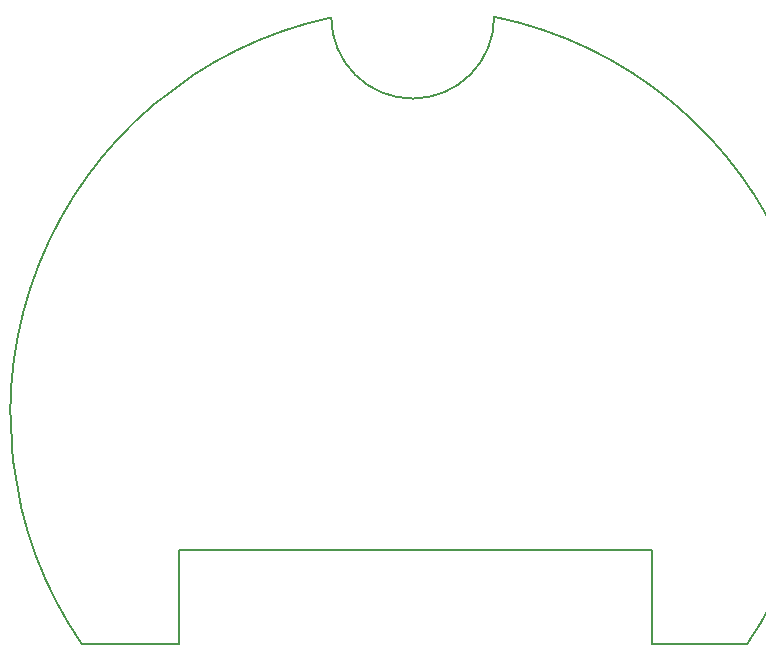
<source format=gbr>
%TF.GenerationSoftware,KiCad,Pcbnew,(5.1.9-0-10_14)*%
%TF.CreationDate,2021-03-21T21:38:48+11:00*%
%TF.ProjectId,Control Board,436f6e74-726f-46c2-9042-6f6172642e6b,rev?*%
%TF.SameCoordinates,Original*%
%TF.FileFunction,Profile,NP*%
%FSLAX46Y46*%
G04 Gerber Fmt 4.6, Leading zero omitted, Abs format (unit mm)*
G04 Created by KiCad (PCBNEW (5.1.9-0-10_14)) date 2021-03-21 21:38:48*
%MOMM*%
%LPD*%
G01*
G04 APERTURE LIST*
%TA.AperFunction,Profile*%
%ADD10C,0.150000*%
%TD*%
G04 APERTURE END LIST*
D10*
X115893864Y-96868905D02*
G75*
G02*
X102106126Y-96928775I-6893864J-31095D01*
G01*
X115894373Y-96866407D02*
G75*
G02*
X137296188Y-150002918I-6848185J-33636511D01*
G01*
X102106126Y-96928775D02*
G75*
G03*
X81003812Y-150002918I7147686J-33574143D01*
G01*
X129251057Y-150005277D02*
X137296188Y-150002918D01*
X89250000Y-142000000D02*
X89250000Y-150000000D01*
X129250000Y-142000000D02*
X89250000Y-142000000D01*
X129251057Y-150005277D02*
X129250000Y-142000000D01*
X89250000Y-150000000D02*
X81003812Y-150002918D01*
M02*

</source>
